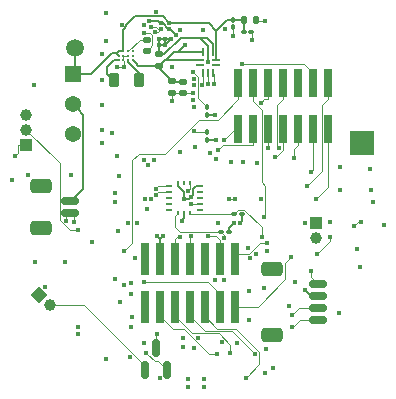
<source format=gbr>
%TF.GenerationSoftware,KiCad,Pcbnew,9.0.2*%
%TF.CreationDate,2025-11-12T16:49:18+05:30*%
%TF.ProjectId,Nade,4e616465-2e6b-4696-9361-645f70636258,rev?*%
%TF.SameCoordinates,Original*%
%TF.FileFunction,Copper,L4,Bot*%
%TF.FilePolarity,Positive*%
%FSLAX46Y46*%
G04 Gerber Fmt 4.6, Leading zero omitted, Abs format (unit mm)*
G04 Created by KiCad (PCBNEW 9.0.2) date 2025-11-12 16:49:18*
%MOMM*%
%LPD*%
G01*
G04 APERTURE LIST*
G04 Aperture macros list*
%AMRoundRect*
0 Rectangle with rounded corners*
0 $1 Rounding radius*
0 $2 $3 $4 $5 $6 $7 $8 $9 X,Y pos of 4 corners*
0 Add a 4 corners polygon primitive as box body*
4,1,4,$2,$3,$4,$5,$6,$7,$8,$9,$2,$3,0*
0 Add four circle primitives for the rounded corners*
1,1,$1+$1,$2,$3*
1,1,$1+$1,$4,$5*
1,1,$1+$1,$6,$7*
1,1,$1+$1,$8,$9*
0 Add four rect primitives between the rounded corners*
20,1,$1+$1,$2,$3,$4,$5,0*
20,1,$1+$1,$4,$5,$6,$7,0*
20,1,$1+$1,$6,$7,$8,$9,0*
20,1,$1+$1,$8,$9,$2,$3,0*%
%AMRotRect*
0 Rectangle, with rotation*
0 The origin of the aperture is its center*
0 $1 length*
0 $2 width*
0 $3 Rotation angle, in degrees counterclockwise*
0 Add horizontal line*
21,1,$1,$2,0,0,$3*%
G04 Aperture macros list end*
%TA.AperFunction,SMDPad,CuDef*%
%ADD10RoundRect,0.100000X-0.130000X-0.100000X0.130000X-0.100000X0.130000X0.100000X-0.130000X0.100000X0*%
%TD*%
%TA.AperFunction,SMDPad,CuDef*%
%ADD11RoundRect,0.100000X-0.100000X0.130000X-0.100000X-0.130000X0.100000X-0.130000X0.100000X0.130000X0*%
%TD*%
%TA.AperFunction,SMDPad,CuDef*%
%ADD12RoundRect,0.150000X-0.625000X0.150000X-0.625000X-0.150000X0.625000X-0.150000X0.625000X0.150000X0*%
%TD*%
%TA.AperFunction,SMDPad,CuDef*%
%ADD13RoundRect,0.250000X-0.650000X0.350000X-0.650000X-0.350000X0.650000X-0.350000X0.650000X0.350000X0*%
%TD*%
%TA.AperFunction,SMDPad,CuDef*%
%ADD14RoundRect,0.250000X0.650000X-0.350000X0.650000X0.350000X-0.650000X0.350000X-0.650000X-0.350000X0*%
%TD*%
%TA.AperFunction,SMDPad,CuDef*%
%ADD15RoundRect,0.150000X0.625000X-0.150000X0.625000X0.150000X-0.625000X0.150000X-0.625000X-0.150000X0*%
%TD*%
%TA.AperFunction,SMDPad,CuDef*%
%ADD16RoundRect,0.075000X0.075000X-0.125000X0.075000X0.125000X-0.075000X0.125000X-0.075000X-0.125000X0*%
%TD*%
%TA.AperFunction,SMDPad,CuDef*%
%ADD17R,0.482600X0.254000*%
%TD*%
%TA.AperFunction,SMDPad,CuDef*%
%ADD18R,0.254000X0.355600*%
%TD*%
%TA.AperFunction,ComponentPad*%
%ADD19R,1.371600X1.371600*%
%TD*%
%TA.AperFunction,ComponentPad*%
%ADD20C,1.371600*%
%TD*%
%TA.AperFunction,ComponentPad*%
%ADD21R,1.000000X1.000000*%
%TD*%
%TA.AperFunction,ComponentPad*%
%ADD22C,1.000000*%
%TD*%
%TA.AperFunction,SMDPad,CuDef*%
%ADD23RoundRect,0.140000X0.170000X-0.140000X0.170000X0.140000X-0.170000X0.140000X-0.170000X-0.140000X0*%
%TD*%
%TA.AperFunction,SMDPad,CuDef*%
%ADD24RoundRect,0.150000X0.150000X-0.587500X0.150000X0.587500X-0.150000X0.587500X-0.150000X-0.587500X0*%
%TD*%
%TA.AperFunction,SMDPad,CuDef*%
%ADD25R,0.740000X2.400000*%
%TD*%
%TA.AperFunction,SMDPad,CuDef*%
%ADD26RoundRect,0.140000X-0.170000X0.140000X-0.170000X-0.140000X0.170000X-0.140000X0.170000X0.140000X0*%
%TD*%
%TA.AperFunction,SMDPad,CuDef*%
%ADD27RoundRect,0.140000X-0.140000X-0.170000X0.140000X-0.170000X0.140000X0.170000X-0.140000X0.170000X0*%
%TD*%
%TA.AperFunction,SMDPad,CuDef*%
%ADD28RoundRect,0.218750X-0.218750X-0.381250X0.218750X-0.381250X0.218750X0.381250X-0.218750X0.381250X0*%
%TD*%
%TA.AperFunction,SMDPad,CuDef*%
%ADD29R,0.774200X0.174998*%
%TD*%
%TA.AperFunction,SMDPad,CuDef*%
%ADD30R,0.800000X0.200000*%
%TD*%
%TA.AperFunction,SMDPad,CuDef*%
%ADD31R,0.200000X0.800000*%
%TD*%
%TA.AperFunction,SMDPad,CuDef*%
%ADD32C,0.228600*%
%TD*%
%TA.AperFunction,SMDPad,CuDef*%
%ADD33C,1.500000*%
%TD*%
%TA.AperFunction,SMDPad,CuDef*%
%ADD34RoundRect,0.135000X-0.185000X0.135000X-0.185000X-0.135000X0.185000X-0.135000X0.185000X0.135000X0*%
%TD*%
%TA.AperFunction,SMDPad,CuDef*%
%ADD35R,0.740000X2.790000*%
%TD*%
%TA.AperFunction,ComponentPad*%
%ADD36RotRect,1.000000X1.000000X45.000000*%
%TD*%
%TA.AperFunction,ComponentPad*%
%ADD37R,2.000000X2.000000*%
%TD*%
%TA.AperFunction,ViaPad*%
%ADD38C,0.400000*%
%TD*%
%TA.AperFunction,Conductor*%
%ADD39C,0.200000*%
%TD*%
%TA.AperFunction,Conductor*%
%ADD40C,0.100000*%
%TD*%
G04 APERTURE END LIST*
D10*
%TO.P,C6,1*%
%TO.N,Net-(SW2-A)*%
X134640400Y-86446800D03*
%TO.P,C6,2*%
%TO.N,GND*%
X135280400Y-86446800D03*
%TD*%
D11*
%TO.P,C10,1*%
%TO.N,Net-(SW2-A)*%
X133725000Y-85405000D03*
%TO.P,C10,2*%
%TO.N,GND*%
X133725000Y-86045000D03*
%TD*%
D12*
%TO.P,J4,1,Pin_1*%
%TO.N,Net-(J4-Pin_1)*%
X119967603Y-100759803D03*
%TO.P,J4,2,Pin_2*%
%TO.N,GND*%
X119967607Y-101759798D03*
D13*
%TO.P,J4,MP*%
%TO.N,N/C*%
X117442600Y-99459800D03*
X117442600Y-103059799D03*
%TD*%
D14*
%TO.P,J7,MP*%
%TO.N,N/C*%
X137050002Y-106505002D03*
X137049999Y-112104999D03*
D15*
%TO.P,J7,4,Pin_4*%
%TO.N,GND*%
X140925000Y-107805000D03*
%TO.P,J7,3,Pin_3*%
%TO.N,VDD*%
X140925000Y-108805000D03*
%TO.P,J7,2,Pin_2*%
%TO.N,Net-(J7-Pin_2)*%
X140925000Y-109805000D03*
%TO.P,J7,1,Pin_1*%
%TO.N,Net-(J7-Pin_1)*%
X140924997Y-110805001D03*
%TD*%
D16*
%TO.P,R11,1*%
%TO.N,/PA11*%
X128314999Y-86154999D03*
%TO.P,R11,2*%
%TO.N,Net-(SW2-A)*%
X128315001Y-85655001D03*
%TD*%
%TO.P,R12,1*%
%TO.N,GND*%
X127614999Y-86204999D03*
%TO.P,R12,2*%
%TO.N,/PA11*%
X127615001Y-85705001D03*
%TD*%
D11*
%TO.P,R13,1*%
%TO.N,/PA7*%
X131515000Y-94905000D03*
%TO.P,R13,2*%
%TO.N,VDD*%
X131515000Y-95545000D03*
%TD*%
%TO.P,R15,1*%
%TO.N,/PA6*%
X131515000Y-92805000D03*
%TO.P,R15,2*%
%TO.N,VDD*%
X131515000Y-93445000D03*
%TD*%
D10*
%TO.P,R16,1*%
%TO.N,/PC0*%
X132716400Y-103375000D03*
%TO.P,R16,2*%
%TO.N,VDD*%
X133356400Y-103375000D03*
%TD*%
%TO.P,R17,1*%
%TO.N,/PC1*%
X133816400Y-101825000D03*
%TO.P,R17,2*%
%TO.N,VDD*%
X134456400Y-101825000D03*
%TD*%
D17*
%TO.P,U3,1,VDD_I/O*%
%TO.N,VDD*%
X130940100Y-99489599D03*
%TO.P,U3,2,NIC*%
%TO.N,unconnected-(U3-NIC-Pad2)*%
X130940100Y-99989601D03*
%TO.P,U3,3,RESERVED*%
%TO.N,unconnected-(U3-RESERVED-Pad3)*%
X130940100Y-100489600D03*
%TO.P,U3,4,SCLK*%
%TO.N,GND*%
X130940100Y-100989599D03*
%TO.P,U3,5,RESERVED*%
%TO.N,unconnected-(U3-RESERVED-Pad5)*%
X130940100Y-101489601D03*
D18*
%TO.P,U3,6,MOSI/SDA*%
%TO.N,/PC1*%
X130106599Y-101759600D03*
%TO.P,U3,7,MISO*%
%TO.N,VDD*%
X129606600Y-101759600D03*
%TO.P,U3,8,\u002ACS/SCL*%
%TO.N,/PC0*%
X129106601Y-101759600D03*
D17*
%TO.P,U3,9,INT2*%
%TO.N,unconnected-(U3-INT2-Pad9)*%
X128273100Y-101489601D03*
%TO.P,U3,10,RESERVED*%
%TO.N,unconnected-(U3-RESERVED-Pad10)*%
X128273100Y-100989599D03*
%TO.P,U3,11,INT1*%
%TO.N,unconnected-(U3-INT1-Pad11)*%
X128273100Y-100489600D03*
%TO.P,U3,12,GND*%
%TO.N,GND*%
X128273100Y-99989601D03*
%TO.P,U3,13,GND*%
X128273100Y-99489599D03*
D18*
%TO.P,U3,14,VS*%
%TO.N,VDD*%
X129106601Y-99219600D03*
%TO.P,U3,15,NIC*%
%TO.N,unconnected-(U3-NIC-Pad15)*%
X129606600Y-99219600D03*
%TO.P,U3,16,GND*%
%TO.N,GND*%
X130106599Y-99219600D03*
%TD*%
D19*
%TO.P,SW2,1,A*%
%TO.N,Net-(SW2-A)*%
X120144800Y-89994000D03*
D20*
%TO.P,SW2,2,B*%
%TO.N,Net-(J4-Pin_1)*%
X120144797Y-92534004D03*
%TO.P,SW2,3,C*%
%TO.N,unconnected-(SW2-C-Pad3)*%
X120144800Y-95074000D03*
%TD*%
D21*
%TO.P,J2,1,Pin_1*%
%TO.N,Net-(J2-Pin_1)*%
X116205000Y-95995000D03*
D22*
%TO.P,J2,2,Pin_2*%
%TO.N,Net-(J2-Pin_2)*%
X116205000Y-94724999D03*
%TO.P,J2,3,Pin_3*%
%TO.N,Net-(J2-Pin_3)*%
X116205001Y-93454997D03*
%TD*%
D23*
%TO.P,C7,1*%
%TO.N,GND*%
X126430900Y-88035000D03*
%TO.P,C7,2*%
%TO.N,Net-(U1-VCC)*%
X126430900Y-87075000D03*
%TD*%
D24*
%TO.P,Q1,1,D*%
%TO.N,VDD*%
X127195000Y-113162500D03*
%TO.P,Q1,2,G*%
%TO.N,/PA10*%
X128144999Y-115037501D03*
%TO.P,Q1,3,S*%
%TO.N,Net-(J8-Pin_2)*%
X126245001Y-115037501D03*
%TD*%
D25*
%TO.P,J3,1,Pin_1*%
%TO.N,Net-(J3-Pin_1)*%
X134164999Y-90774998D03*
%TO.P,J3,2,Pin_2*%
%TO.N,Net-(J3-Pin_2)*%
X134164999Y-94675003D03*
%TO.P,J3,3,Pin_3*%
%TO.N,Net-(J3-Pin_3)*%
X135434997Y-90775000D03*
%TO.P,J3,4,Pin_4*%
%TO.N,Net-(J3-Pin_4)*%
X135435000Y-94675003D03*
%TO.P,J3,5,Pin_5*%
%TO.N,Net-(J3-Pin_5)*%
X136704999Y-90775002D03*
%TO.P,J3,6,Pin_6*%
%TO.N,Net-(J3-Pin_6)*%
X136705000Y-94675002D03*
%TO.P,J3,7,Pin_7*%
%TO.N,Net-(J3-Pin_7)*%
X137975000Y-90775000D03*
%TO.P,J3,8,Pin_8*%
%TO.N,Net-(J3-Pin_8)*%
X137975000Y-94675000D03*
%TO.P,J3,9,Pin_9*%
%TO.N,Net-(J3-Pin_9)*%
X139245000Y-90774998D03*
%TO.P,J3,10,Pin_10*%
%TO.N,Net-(J3-Pin_10)*%
X139245001Y-94674998D03*
%TO.P,J3,11,Pin_11*%
%TO.N,Net-(J3-Pin_11)*%
X140515000Y-90774997D03*
%TO.P,J3,12,Pin_12*%
%TO.N,Net-(J3-Pin_12)*%
X140515003Y-94675000D03*
%TO.P,J3,13,Pin_13*%
%TO.N,Net-(J3-Pin_13)*%
X141785001Y-90774997D03*
%TO.P,J3,14,Pin_14*%
%TO.N,Net-(J3-Pin_14)*%
X141785001Y-94675002D03*
%TD*%
D26*
%TO.P,C9,1*%
%TO.N,Net-(U1-OUT)*%
X128530000Y-90600000D03*
%TO.P,C9,2*%
%TO.N,GND*%
X128530000Y-91560000D03*
%TD*%
D27*
%TO.P,C5,1*%
%TO.N,Net-(SW2-A)*%
X134700400Y-85436800D03*
%TO.P,C5,2*%
%TO.N,GND*%
X135660400Y-85436800D03*
%TD*%
D28*
%TO.P,L1,1,1*%
%TO.N,Net-(U1-SW1)*%
X123662500Y-90510000D03*
%TO.P,L1,2,2*%
%TO.N,Net-(U1-SW2)*%
X125787500Y-90510000D03*
%TD*%
D29*
%TO.P,U2,1,NC*%
%TO.N,unconnected-(U2-NC-Pad1)*%
X130897678Y-89200499D03*
D30*
%TO.P,U2,2,IN+*%
%TO.N,Net-(U1-OUT)*%
X130909775Y-88788001D03*
D31*
%TO.P,U2,3,IN+*%
X131209801Y-88087951D03*
%TO.P,U2,4,IN-*%
%TO.N,VDD*%
X131609800Y-88087951D03*
%TO.P,U2,5,IN-*%
X132009799Y-88087951D03*
D30*
%TO.P,U2,6,V+*%
%TO.N,Net-(SW2-A)*%
X132309825Y-88787999D03*
%TO.P,U2,7,NC*%
%TO.N,unconnected-(U2-NC-Pad7)*%
X132309825Y-89187999D03*
D31*
%TO.P,U2,8,REF*%
%TO.N,GND*%
X132009799Y-89888049D03*
%TO.P,U2,9,GND*%
X131609800Y-89888049D03*
%TO.P,U2,10,OUT*%
%TO.N,/PB2*%
X131209801Y-89888049D03*
%TD*%
D32*
%TO.P,U1,A1,IN*%
%TO.N,Net-(SW2-A)*%
X124050900Y-88037300D03*
%TO.P,U1,A2,IN*%
X124050901Y-88437299D03*
%TO.P,U1,A3,SW1*%
%TO.N,Net-(U1-SW1)*%
X124050900Y-88837301D03*
%TO.P,U1,B1,IN*%
%TO.N,Net-(SW2-A)*%
X124450902Y-88037300D03*
%TO.P,U1,B2,AGND*%
%TO.N,GND*%
X124450900Y-88437300D03*
%TO.P,U1,B3,GND*%
X124450899Y-88837299D03*
%TO.P,U1,C1,VCC*%
%TO.N,Net-(U1-VCC)*%
X124850901Y-88037301D03*
%TO.P,U1,C2,EN*%
%TO.N,GND*%
X124850900Y-88437300D03*
%TO.P,U1,C3,SW2*%
%TO.N,Net-(U1-SW2)*%
X124850898Y-88837300D03*
%TO.P,U1,D1,NC*%
%TO.N,unconnected-(U1-NC-PadD1)*%
X125250900Y-88037299D03*
%TO.P,U1,D2,RSV*%
%TO.N,unconnected-(U1-RSV-PadD2)*%
X125250899Y-88437301D03*
%TO.P,U1,D3,OUT*%
%TO.N,Net-(U1-OUT)*%
X125250900Y-88837300D03*
%TD*%
D33*
%TO.P,TP1,1,1*%
%TO.N,Net-(SW2-A)*%
X120325000Y-87825000D03*
%TD*%
D34*
%TO.P,R10,1*%
%TO.N,VDD*%
X127425001Y-88275000D03*
%TO.P,R10,2*%
%TO.N,Net-(U1-OUT)*%
X127424999Y-89295000D03*
%TD*%
D35*
%TO.P,J1,01,01*%
%TO.N,unconnected-(J1-Pad01)*%
X126275000Y-105620001D03*
%TO.P,J1,02,02*%
%TO.N,unconnected-(J1-Pad02)*%
X126274998Y-109690000D03*
%TO.P,J1,03,03*%
%TO.N,VDD*%
X127545002Y-105620002D03*
%TO.P,J1,04,04*%
%TO.N,/PA13*%
X127545001Y-109689998D03*
%TO.P,J1,05,05*%
%TO.N,GND*%
X128815002Y-105619998D03*
%TO.P,J1,06,06*%
%TO.N,/PA14*%
X128815002Y-109690002D03*
%TO.P,J1,07,07*%
%TO.N,GND*%
X130085000Y-105619998D03*
%TO.P,J1,08,08*%
%TO.N,/PB3*%
X130085000Y-109690002D03*
%TO.P,J1,09,09*%
%TO.N,unconnected-(J1-Pad09)*%
X131354998Y-105619998D03*
%TO.P,J1,10,10*%
%TO.N,/PA15*%
X131354998Y-109690002D03*
%TO.P,J1,11,11*%
%TO.N,GND*%
X132624999Y-105620002D03*
%TO.P,J1,12,12*%
%TO.N,RESET'*%
X132624998Y-109689998D03*
%TO.P,J1,13,13*%
%TO.N,/PA3*%
X133895002Y-105620000D03*
%TO.P,J1,14,14*%
%TO.N,/PA2*%
X133895000Y-109689999D03*
%TD*%
D26*
%TO.P,C8,1*%
%TO.N,Net-(U1-OUT)*%
X129530000Y-90630000D03*
%TO.P,C8,2*%
%TO.N,GND*%
X129530000Y-91590000D03*
%TD*%
D21*
%TO.P,Pyro,1,Pin_1*%
%TO.N,GND*%
X140775000Y-102565000D03*
D22*
%TO.P,Pyro,2,Pin_2*%
%TO.N,Net-(J6-Pin_2)*%
X140775000Y-103835000D03*
%TD*%
D36*
%TO.P,Buzz,1,Pin_1*%
%TO.N,GND*%
X117325000Y-108665000D03*
D22*
%TO.P,Buzz,2,Pin_2*%
%TO.N,Net-(J8-Pin_2)*%
X118223026Y-109563026D03*
%TD*%
D37*
%TO.P,GND,1,1*%
%TO.N,GND*%
X144675000Y-95825000D03*
%TD*%
D38*
%TO.N,GND*%
X130200000Y-101000000D03*
X129946434Y-99896700D03*
%TO.N,VDD*%
X130200000Y-100400000D03*
X129550002Y-100600000D03*
%TO.N,GND*%
X127200000Y-99700000D03*
X127200000Y-100200000D03*
%TO.N,VDD*%
X129400000Y-102400000D03*
X116900000Y-90900000D03*
X127800000Y-103700000D03*
X129900000Y-116500000D03*
X145300000Y-98000000D03*
X144500000Y-106300000D03*
X131300000Y-116500000D03*
X128000000Y-87000000D03*
X131600000Y-89000000D03*
X130400000Y-90400000D03*
X127500000Y-87000000D03*
X133800000Y-102600000D03*
X127500000Y-87500000D03*
X145400000Y-99800000D03*
X139000000Y-107600000D03*
X128500000Y-87000000D03*
X132200000Y-93500000D03*
X127300000Y-112000000D03*
X128000000Y-87500000D03*
X127200000Y-84700000D03*
X139822000Y-108280000D03*
X120600000Y-112000000D03*
X127300000Y-103700000D03*
X142800000Y-99800000D03*
X142800000Y-97900000D03*
X130400000Y-90900000D03*
X134300000Y-102600000D03*
X132300000Y-95600000D03*
%TO.N,GND*%
X123000000Y-87200000D03*
X127100000Y-86400000D03*
X129500000Y-113100000D03*
X124500000Y-89400000D03*
X122600000Y-88300000D03*
X119600000Y-102400000D03*
X126211532Y-86497118D03*
X132800000Y-112700000D03*
X133900000Y-100600000D03*
X132100000Y-90800000D03*
X126200000Y-112800000D03*
X141900000Y-102500000D03*
X135000000Y-104700000D03*
X131800000Y-96700000D03*
X125100000Y-107700000D03*
X122600000Y-90500000D03*
X135300000Y-87100000D03*
X136100000Y-100600000D03*
X135800000Y-97500000D03*
X130800000Y-112300000D03*
X125200000Y-110600000D03*
X129200000Y-96600000D03*
X138500000Y-109600000D03*
X120600000Y-111400000D03*
X125400000Y-105600000D03*
X122946600Y-84834500D03*
X136500000Y-113300000D03*
X130200000Y-103700000D03*
X146518850Y-102781150D03*
X126200000Y-85800000D03*
X125100000Y-111400000D03*
X145600000Y-100800000D03*
X125600000Y-102600000D03*
X122600000Y-94700000D03*
X133600000Y-97400000D03*
X131300000Y-115800000D03*
X120300000Y-102500000D03*
X126300000Y-100600000D03*
X130400000Y-92800000D03*
X128600000Y-92300000D03*
X124800000Y-102600000D03*
X119500000Y-105900000D03*
X134600000Y-97400000D03*
X123900000Y-96900000D03*
X126800000Y-86000000D03*
X133400000Y-100600000D03*
X144200000Y-104800000D03*
X140300000Y-106700000D03*
X130300000Y-91600000D03*
X142700000Y-110200000D03*
X125100000Y-108600000D03*
X129900000Y-115800000D03*
X131600000Y-103700000D03*
X129200000Y-103800000D03*
X131200000Y-86300000D03*
X133700000Y-86800000D03*
X121800000Y-104200000D03*
X135200000Y-105600000D03*
X130500000Y-96200000D03*
X136400000Y-85500000D03*
X129500000Y-112300000D03*
X126200000Y-97300000D03*
X131600000Y-90800000D03*
X115000000Y-99000000D03*
X129200000Y-86300000D03*
X122600000Y-92600000D03*
X124300000Y-85800000D03*
X139800000Y-102600000D03*
X132300000Y-97200000D03*
X135100000Y-108400000D03*
X127000000Y-97300000D03*
X134100000Y-112800000D03*
X117000000Y-105900000D03*
X122600000Y-95800000D03*
X123900000Y-89400000D03*
X126800000Y-100600000D03*
X117800000Y-108000000D03*
X135100000Y-110800000D03*
%TO.N,RESET'*%
X126200000Y-107600000D03*
X120000000Y-98500000D03*
X124000000Y-103300000D03*
X116400000Y-98500000D03*
%TO.N,/PB9*%
X144600000Y-102500000D03*
X143932000Y-102868000D03*
%TO.N,/PC1*%
X135700000Y-105200000D03*
X136200000Y-103800000D03*
%TO.N,/PA6*%
X123700000Y-100100000D03*
X130300000Y-89800000D03*
%TO.N,Net-(J6-Pin_2)*%
X140800000Y-105200000D03*
X141900000Y-103800000D03*
%TO.N,Net-(U1-OUT)*%
X129700000Y-87500000D03*
%TO.N,/PB2*%
X125025000Y-113950000D03*
X131101000Y-90900000D03*
%TO.N,/PC0*%
X133000000Y-103900000D03*
%TO.N,/PA4*%
X126500000Y-97700000D03*
X133042766Y-86142820D03*
X128600000Y-89400000D03*
%TO.N,/PA1*%
X130300000Y-92200000D03*
X124050000Y-98600000D03*
%TO.N,/PA3*%
X136600000Y-104300000D03*
%TO.N,Net-(J2-Pin_1)*%
X115261700Y-96938300D03*
%TO.N,Net-(J2-Pin_2)*%
X120600000Y-103200000D03*
%TO.N,/PA11*%
X128900000Y-86700000D03*
X123000000Y-114100000D03*
X126600000Y-85500000D03*
%TO.N,Net-(J3-Pin_14)*%
X136600000Y-105000000D03*
X140756000Y-100550000D03*
%TO.N,Net-(J3-Pin_10)*%
X138902000Y-97066100D03*
X126419000Y-101378000D03*
%TO.N,Net-(J3-Pin_1)*%
X124523000Y-104955000D03*
%TO.N,/PA2*%
X138600000Y-105500000D03*
%TO.N,Net-(J3-Pin_2)*%
X132419000Y-102565000D03*
X132992000Y-95571700D03*
%TO.N,Net-(J3-Pin_12)*%
X140296000Y-98321200D03*
%TO.N,/PB3*%
X135600000Y-113700000D03*
%TO.N,/PA15*%
X134800000Y-115700000D03*
%TO.N,/PA14*%
X133500000Y-113600000D03*
%TO.N,/PA13*%
X132400000Y-113700000D03*
%TO.N,/PA7*%
X130400000Y-94800000D03*
X123700000Y-100800000D03*
%TO.N,/PA10*%
X126400000Y-113600000D03*
%TO.N,Net-(J3-Pin_4)*%
X132195000Y-107419000D03*
X124536000Y-107861000D03*
X132500000Y-96435600D03*
%TO.N,Net-(J3-Pin_13)*%
X140012000Y-99454700D03*
%TO.N,Net-(J3-Pin_5)*%
X132960000Y-107419000D03*
X136075000Y-92440000D03*
%TO.N,Net-(J3-Pin_7)*%
X127536000Y-115700000D03*
X136434000Y-115279000D03*
X137602000Y-96230700D03*
%TO.N,Net-(J3-Pin_8)*%
X130448000Y-113172000D03*
X137250000Y-97035000D03*
X137092000Y-114862000D03*
%TO.N,Net-(J3-Pin_11)*%
X134500000Y-89100000D03*
X123500000Y-95000000D03*
%TO.N,Net-(J3-Pin_3)*%
X136381000Y-102078000D03*
X123768000Y-107324000D03*
%TO.N,Net-(J3-Pin_6)*%
X136380800Y-108148700D03*
X124147300Y-109304500D03*
X136706000Y-96259500D03*
%TO.N,Net-(J7-Pin_1)*%
X138700000Y-111400000D03*
%TO.N,Net-(J7-Pin_2)*%
X138700000Y-110400000D03*
%TD*%
D39*
%TO.N,VDD*%
X134500000Y-101868600D02*
X134456400Y-101825000D01*
X134500000Y-102400000D02*
X134500000Y-101868600D01*
X134300000Y-102600000D02*
X134500000Y-102400000D01*
D40*
%TO.N,Net-(J7-Pin_1)*%
X138800000Y-111400000D02*
X139394999Y-110805001D01*
X138700000Y-111400000D02*
X138800000Y-111400000D01*
X139394999Y-110805001D02*
X140924997Y-110805001D01*
%TO.N,Net-(J7-Pin_2)*%
X138700000Y-110400000D02*
X139295000Y-109805000D01*
X139295000Y-109805000D02*
X140925000Y-109805000D01*
D39*
%TO.N,VDD*%
X140347000Y-108805000D02*
X140925000Y-108805000D01*
X139822000Y-108280000D02*
X140347000Y-108805000D01*
D40*
%TO.N,GND*%
X140300000Y-107180000D02*
X140925000Y-107805000D01*
X140300000Y-106700000D02*
X140300000Y-107180000D01*
X130929699Y-101000000D02*
X130940100Y-100989599D01*
X130200000Y-101000000D02*
X130929699Y-101000000D01*
D39*
%TO.N,VDD*%
X130000000Y-100600000D02*
X130200000Y-100400000D01*
X129550002Y-100600000D02*
X130000000Y-100600000D01*
X130610401Y-99489599D02*
X130940100Y-99489599D01*
X130351000Y-99749000D02*
X130610401Y-99489599D01*
X130351000Y-100249000D02*
X130351000Y-99749000D01*
X130200000Y-100400000D02*
X130351000Y-100249000D01*
D40*
%TO.N,GND*%
X130100000Y-99226199D02*
X130106599Y-99219600D01*
X130100000Y-99743134D02*
X130100000Y-99226199D01*
X129946434Y-99896700D02*
X130100000Y-99743134D01*
D39*
%TO.N,VDD*%
X129550002Y-100600000D02*
X129550002Y-99950002D01*
X129550002Y-99950002D02*
X129106601Y-99506601D01*
X129106601Y-99506601D02*
X129106601Y-99219600D01*
D40*
%TO.N,GND*%
X127410399Y-99989601D02*
X128273100Y-99989601D01*
X127200000Y-100200000D02*
X127410399Y-99989601D01*
X127410401Y-99489599D02*
X128273100Y-99489599D01*
X127200000Y-99700000D02*
X127410401Y-99489599D01*
D39*
%TO.N,VDD*%
X129606600Y-102193400D02*
X129606600Y-101759600D01*
X129400000Y-102400000D02*
X129606600Y-102193400D01*
D40*
%TO.N,/PC0*%
X128849000Y-102017201D02*
X129106601Y-101759600D01*
X128849000Y-102949000D02*
X128849000Y-102017201D01*
X129249000Y-103349000D02*
X128849000Y-102949000D01*
X132716400Y-103375000D02*
X132690400Y-103349000D01*
X132690400Y-103349000D02*
X129249000Y-103349000D01*
X129106601Y-101806601D02*
X129106601Y-101759600D01*
%TO.N,/PC1*%
X130171999Y-101825000D02*
X130106599Y-101759600D01*
X133816400Y-101825000D02*
X130171999Y-101825000D01*
D39*
%TO.N,VDD*%
X127925000Y-88275000D02*
X129300000Y-86900000D01*
X134456000Y-101902000D02*
X134456000Y-101825000D01*
D40*
X127195000Y-112105000D02*
X127300000Y-112000000D01*
D39*
X131610000Y-88037200D02*
X131610000Y-88237500D01*
D40*
X127195000Y-113162500D02*
X127194800Y-113162300D01*
D39*
X128000000Y-87500000D02*
X128000000Y-87000000D01*
X128000000Y-87500000D02*
X128500000Y-87000000D01*
X131610000Y-88037200D02*
X131610000Y-88237500D01*
X127500000Y-87500000D02*
X128000000Y-87500000D01*
X127800000Y-103700000D02*
X127545000Y-103955000D01*
X127300000Y-103700000D02*
X127545000Y-103945000D01*
X131609800Y-88037400D02*
X131609800Y-88088000D01*
X127500000Y-87000000D02*
X128000000Y-87000000D01*
X127545000Y-103955000D02*
X127545000Y-105620000D01*
X133356000Y-103292000D02*
X133356000Y-103375000D01*
X134456400Y-101901600D02*
X134456400Y-101825000D01*
X133356400Y-103375000D02*
X133356000Y-103375000D01*
X139822000Y-108280000D02*
X139900000Y-108280000D01*
X134456000Y-101902000D02*
X134456400Y-101901600D01*
X128500000Y-87000000D02*
X128000000Y-87000000D01*
X132145000Y-93445000D02*
X132200000Y-93500000D01*
X132010000Y-87409800D02*
X132010000Y-88088000D01*
D40*
X127195000Y-113162000D02*
X127194800Y-113162300D01*
D39*
X131515000Y-95545000D02*
X132245000Y-95545000D01*
X132245000Y-95545000D02*
X132300000Y-95600000D01*
X127425000Y-88275000D02*
X127925000Y-88275000D01*
X130924000Y-86900000D02*
X131610000Y-87586000D01*
X131515000Y-93445000D02*
X132145000Y-93445000D01*
X131610000Y-87837000D02*
X131610000Y-88037200D01*
X127425000Y-87575000D02*
X127500000Y-87500000D01*
X130924000Y-86900000D02*
X131500000Y-86900000D01*
X131500000Y-86900000D02*
X132010000Y-87409800D01*
X131610000Y-87837000D02*
X131610000Y-88037200D01*
X131610000Y-88990200D02*
X131600000Y-89000000D01*
X129300000Y-86900000D02*
X130924000Y-86900000D01*
X133356000Y-103044000D02*
X133800000Y-102600000D01*
X131610000Y-88237500D02*
X131610000Y-88990200D01*
X133356000Y-103210000D02*
X133356000Y-103044000D01*
X127425000Y-88275000D02*
X127425000Y-87575000D01*
X127545000Y-103955000D02*
X127545000Y-105620000D01*
X131610000Y-88037200D02*
X131609800Y-88037400D01*
X127545000Y-103945000D02*
X127545000Y-103955000D01*
D40*
X127195000Y-113162500D02*
X127195000Y-112105000D01*
D39*
X131610000Y-87586000D02*
X131610000Y-87837000D01*
X127500000Y-87500000D02*
X127500000Y-87000000D01*
D40*
%TO.N,GND*%
X128530000Y-91560000D02*
X129500000Y-91560000D01*
X131610000Y-89888200D02*
X131610000Y-89888100D01*
X133700000Y-86070000D02*
X133725000Y-86045000D01*
X124451000Y-88637300D02*
X124451000Y-88437300D01*
X129200000Y-103800000D02*
X129000000Y-103800000D01*
X124475500Y-88861800D02*
X124464000Y-88850300D01*
X132100000Y-90800000D02*
X132100000Y-89978300D01*
X120300000Y-102092000D02*
X120300000Y-102500000D01*
X124475500Y-88861800D02*
X124451000Y-88837300D01*
X124451000Y-88737300D02*
X124451000Y-88637300D01*
X129500000Y-91560000D02*
X129530000Y-91590000D01*
X131600000Y-90800000D02*
X131600000Y-89897900D01*
X133900000Y-100600000D02*
X133400000Y-100600000D01*
X128800000Y-104000000D02*
X128815000Y-104015000D01*
X126892000Y-86691900D02*
X126892000Y-87574000D01*
X126697218Y-86497118D02*
X126892000Y-86691900D01*
X124451000Y-88537300D02*
X124451000Y-88437300D01*
X132009800Y-89888100D02*
X132009800Y-89888000D01*
X135285000Y-86451700D02*
X135280000Y-86446800D01*
X119967600Y-101760400D02*
X119967600Y-101759800D01*
X119968000Y-101760000D02*
X120300000Y-102092000D01*
X135300000Y-86466400D02*
X135290000Y-86456600D01*
X133700000Y-86800000D02*
X133700000Y-86070000D01*
X135280000Y-86447100D02*
X135280000Y-86446800D01*
X128600000Y-92300000D02*
X128600000Y-91630000D01*
X132021000Y-89899300D02*
X132009800Y-89888100D01*
X124451000Y-88637300D02*
X124451000Y-88437300D01*
X127405000Y-86205000D02*
X127615000Y-86205000D01*
X132300000Y-103700000D02*
X132625000Y-104025000D01*
X135280000Y-86446800D02*
X135280000Y-86447000D01*
X135290000Y-86456600D02*
X135285000Y-86451700D01*
X132032000Y-89910600D02*
X132021000Y-89899300D01*
X126892000Y-87574000D02*
X126662000Y-87804500D01*
X124451000Y-88837200D02*
X124451000Y-88737300D01*
X132032000Y-89910600D02*
X132021000Y-89899300D01*
X126800000Y-86000000D02*
X127200000Y-86000000D01*
X132032000Y-89910600D02*
X132055000Y-89933200D01*
X132055000Y-89933200D02*
X132010000Y-89888100D01*
X135724000Y-85500000D02*
X135660000Y-85436800D01*
X124500000Y-89400000D02*
X124500000Y-88886400D01*
X132100000Y-89978300D02*
X132055000Y-89933200D01*
X129540000Y-91600000D02*
X129530000Y-91590000D01*
X127200000Y-86000000D02*
X127405000Y-86205000D01*
X135300000Y-87100000D02*
X135300000Y-86466400D01*
X124450900Y-88437300D02*
X124451000Y-88437300D01*
X128600000Y-91630000D02*
X128530000Y-91560000D01*
X129000000Y-103800000D02*
X128800000Y-104000000D01*
X135285000Y-86451700D02*
X135280000Y-86447100D01*
X131605000Y-89893000D02*
X131610000Y-89888200D01*
X119784000Y-101944000D02*
X119876000Y-101852000D01*
X119876000Y-101852000D02*
X119967600Y-101760400D01*
X127420000Y-86400000D02*
X127615000Y-86205000D01*
X119600000Y-102127000D02*
X119784000Y-101944000D01*
X119876000Y-101852000D02*
X119968000Y-101760000D01*
X130085000Y-103815000D02*
X130085000Y-105620000D01*
X119600000Y-102400000D02*
X119600000Y-102127000D01*
X126211532Y-86497118D02*
X126697218Y-86497118D01*
X119876000Y-101852000D02*
X119968000Y-101760000D01*
X132625000Y-104025000D02*
X132625000Y-105620000D01*
X126431000Y-88035000D02*
X126661000Y-87804500D01*
X136400000Y-85500000D02*
X135724000Y-85500000D01*
X119876000Y-101852000D02*
X119968000Y-101760000D01*
X130200000Y-103700000D02*
X130085000Y-103815000D01*
X124451000Y-88437300D02*
X124851000Y-88437300D01*
X131600000Y-89897900D02*
X131605000Y-89893000D01*
X119784000Y-101944000D02*
X119876000Y-101852000D01*
X126661000Y-87804500D02*
X126662000Y-87804500D01*
X131610000Y-89888100D02*
X131610000Y-89888000D01*
X131600000Y-103700000D02*
X132300000Y-103700000D01*
X124500000Y-88886400D02*
X124475500Y-88861800D01*
X135280000Y-86447000D02*
X135290000Y-86456600D01*
X123900000Y-89400000D02*
X124500000Y-89400000D01*
X126662000Y-87804500D02*
X126431000Y-88035000D01*
X124464000Y-88850300D02*
X124464000Y-88850200D01*
X131605000Y-89893000D02*
X131610000Y-89888100D01*
X130300000Y-91600000D02*
X129540000Y-91600000D01*
X140225000Y-106775000D02*
X140300000Y-106700000D01*
X128815000Y-104015000D02*
X128815000Y-105620000D01*
X127100000Y-86400000D02*
X127420000Y-86400000D01*
X124464000Y-88850200D02*
X124451000Y-88837200D01*
%TO.N,RESET'*%
X131600000Y-107600000D02*
X132625000Y-108625000D01*
X126200000Y-107600000D02*
X131600000Y-107600000D01*
X132625000Y-108625000D02*
X132625000Y-109690000D01*
%TO.N,/PB9*%
X144600000Y-102500000D02*
X144300000Y-102500000D01*
X144300000Y-102500000D02*
X143932000Y-102868000D01*
%TO.N,/PC1*%
X134693000Y-101474000D02*
X136200000Y-102981000D01*
X133816000Y-101825000D02*
X133991500Y-101649500D01*
X133991500Y-101649500D02*
X133816400Y-101824600D01*
X134167000Y-101474000D02*
X134693000Y-101474000D01*
X133816400Y-101824600D02*
X133816400Y-101825000D01*
X133991500Y-101649500D02*
X134167000Y-101474000D01*
X136200000Y-102981000D02*
X136200000Y-103800000D01*
X133757000Y-101765000D02*
X133816000Y-101825000D01*
%TO.N,/PA6*%
X131515000Y-92805000D02*
X130751000Y-92041000D01*
X130751000Y-92041000D02*
X130751000Y-90251000D01*
X130751000Y-90251000D02*
X130300000Y-89800000D01*
%TO.N,Net-(J6-Pin_2)*%
X141900000Y-104100000D02*
X141900000Y-103800000D01*
X140800000Y-105200000D02*
X141900000Y-104100000D01*
D39*
%TO.N,Net-(J4-Pin_1)*%
X119968200Y-100759800D02*
X120500000Y-100228000D01*
X120144800Y-92534000D02*
X120145000Y-92534000D01*
X120588000Y-92977400D02*
X121032000Y-93420800D01*
X120588000Y-92977400D02*
X120145000Y-92534000D01*
X121032000Y-99695800D02*
X120500000Y-100228000D01*
X119967600Y-100759800D02*
X119968200Y-100759800D01*
X121032000Y-93420800D02*
X121032000Y-99695800D01*
X120588000Y-92977400D02*
X120145000Y-92534000D01*
%TO.N,Net-(SW2-A)*%
X120144800Y-89994000D02*
X120145000Y-89994000D01*
X123969600Y-88118600D02*
X124051000Y-88037300D01*
X120145000Y-89994000D02*
X121706000Y-89994000D01*
X133215000Y-85405000D02*
X133725000Y-85405000D01*
X124050900Y-88437300D02*
X124051000Y-88437300D01*
X134669000Y-85405000D02*
X134700000Y-85436800D01*
X127760000Y-85100000D02*
X128315000Y-85655000D01*
X123500000Y-88200000D02*
X123888000Y-88200000D01*
X124466000Y-86201000D02*
X124701000Y-85966100D01*
X132310000Y-86309800D02*
X133215000Y-85405000D01*
X134431000Y-85405000D02*
X133725000Y-85405000D01*
X124701000Y-85966100D02*
X124701000Y-85799000D01*
X120325000Y-87825000D02*
X120325000Y-89813800D01*
X124450900Y-88037300D02*
X124451000Y-88037300D01*
X134640000Y-85614400D02*
X134640000Y-85496800D01*
X132310000Y-88788000D02*
X132310000Y-86309800D01*
X124051000Y-88037300D02*
X124450900Y-88037300D01*
X134640000Y-86446800D02*
X134640000Y-85614400D01*
X131655000Y-85655000D02*
X128315000Y-85655000D01*
X132310000Y-86309800D02*
X131655000Y-85655000D01*
X123888000Y-88274600D02*
X123888000Y-88200000D01*
X134640000Y-85496800D02*
X134700000Y-85436800D01*
X123888000Y-88200000D02*
X123969600Y-88118600D01*
X134700400Y-85436800D02*
X134700000Y-85436800D01*
X120325000Y-89813800D02*
X120145000Y-89994000D01*
X124701000Y-85799000D02*
X125400000Y-85100000D01*
X124051000Y-88437300D02*
X123888000Y-88274600D01*
X134640400Y-86446800D02*
X134640000Y-86446800D01*
X124451000Y-88037300D02*
X124451000Y-86201000D01*
X132309800Y-88788000D02*
X132310000Y-88788000D01*
X123969600Y-88118600D02*
X124050900Y-88037300D01*
X121706000Y-89994000D02*
X123500000Y-88200000D01*
X124451000Y-86201000D02*
X124466000Y-86201000D01*
X125400000Y-85100000D02*
X127760000Y-85100000D01*
X134640000Y-85614400D02*
X134431000Y-85405000D01*
D40*
%TO.N,Net-(U1-VCC)*%
X124850900Y-88037300D02*
X124851000Y-88037300D01*
X126430900Y-87075000D02*
X125813000Y-87075000D01*
X125813000Y-87075000D02*
X124851000Y-88037300D01*
X126431000Y-87075000D02*
X126430900Y-87075000D01*
D39*
%TO.N,Net-(U1-SW2)*%
X125787500Y-90510000D02*
X125788000Y-90510000D01*
X124850900Y-88837300D02*
X124851000Y-88837300D01*
X124851000Y-88859600D02*
X124851000Y-88950900D01*
X124851000Y-88848400D02*
X124851000Y-88859600D01*
X125788000Y-90198700D02*
X125788000Y-90510000D01*
X124851000Y-88848400D02*
X124851000Y-88837300D01*
X125788000Y-90198700D02*
X125788000Y-90510000D01*
X125788000Y-89887500D02*
X125788000Y-90198700D01*
X124851000Y-88950900D02*
X125788000Y-89887500D01*
X124851000Y-88848400D02*
X124851000Y-88859600D01*
%TO.N,Net-(U1-SW1)*%
X124051000Y-88837300D02*
X124050900Y-88837300D01*
X123100000Y-89400000D02*
X123100000Y-89947500D01*
X123662500Y-90510000D02*
X123662000Y-90510000D01*
X124050900Y-88837300D02*
X123663000Y-88837300D01*
X123100000Y-89947500D02*
X123662000Y-90510000D01*
X123663000Y-88837300D02*
X123100000Y-89400000D01*
%TO.N,Net-(U1-OUT)*%
X129112000Y-88088000D02*
X129700000Y-87500000D01*
X127425000Y-89295000D02*
X127505000Y-89295000D01*
X127932000Y-88788000D02*
X130909800Y-88788000D01*
X130909800Y-88788000D02*
X130910000Y-88788000D01*
X127425000Y-89495000D02*
X128530000Y-90600000D01*
X128712000Y-88088000D02*
X131209800Y-88088000D01*
X127425000Y-89295000D02*
X127932000Y-88788000D01*
X125251200Y-88837300D02*
X125480000Y-89066100D01*
X128712000Y-88088000D02*
X129112000Y-88088000D01*
X125250900Y-88837300D02*
X125251200Y-88837300D01*
X127505000Y-89295000D02*
X128712000Y-88088000D01*
X125480000Y-89066100D02*
X125709000Y-89295000D01*
X128560000Y-90630000D02*
X128530000Y-90600000D01*
X125709000Y-89295000D02*
X127425000Y-89295000D01*
X129530000Y-90630000D02*
X128560000Y-90630000D01*
X131209800Y-88088000D02*
X131210000Y-88088000D01*
X127425000Y-89295000D02*
X127425000Y-89495000D01*
D40*
%TO.N,/PB2*%
X131210000Y-90339600D02*
X131210000Y-90791200D01*
X131210000Y-90339600D02*
X131209800Y-90339400D01*
X131210000Y-89888000D02*
X131210000Y-90339600D01*
X131209800Y-90339400D02*
X131209800Y-89888000D01*
X131210000Y-90791200D02*
X131101000Y-90900000D01*
%TO.N,/PC0*%
X132787000Y-103446000D02*
X132716000Y-103375000D01*
X132716400Y-103375400D02*
X132716400Y-103375000D01*
X132787000Y-103446000D02*
X132716000Y-103375000D01*
X132787000Y-103446000D02*
X132716400Y-103375400D01*
X132858000Y-103517000D02*
X132787000Y-103446000D01*
X132858000Y-103517000D02*
X132787000Y-103446000D01*
X133000000Y-103900000D02*
X133000000Y-103659000D01*
X133000000Y-103659000D02*
X132858000Y-103517000D01*
%TO.N,/PA3*%
X135051000Y-105249000D02*
X136000000Y-104300000D01*
X134266000Y-105249000D02*
X135051000Y-105249000D01*
X133895000Y-105620000D02*
X134266000Y-105249000D01*
X136000000Y-104300000D02*
X136600000Y-104300000D01*
%TO.N,Net-(J2-Pin_1)*%
X115261700Y-96938300D02*
X115553300Y-96646700D01*
X115553300Y-96646700D02*
X115553300Y-95995000D01*
X116205000Y-95995000D02*
X115553300Y-95995000D01*
%TO.N,Net-(J2-Pin_2)*%
X116205000Y-94725000D02*
X119042000Y-97561600D01*
X119042000Y-97561600D02*
X119042000Y-102338000D01*
X119042000Y-102338000D02*
X119904000Y-103200000D01*
X119904000Y-103200000D02*
X120600000Y-103200000D01*
D39*
%TO.N,/PA11*%
X126600000Y-85500000D02*
X127410000Y-85500000D01*
X127410000Y-85500000D02*
X127615000Y-85705000D01*
X128215000Y-86155000D02*
X128315000Y-86155000D01*
X127765000Y-85705000D02*
X128215000Y-86155000D01*
X127615000Y-85705000D02*
X127765000Y-85705000D01*
X128315000Y-86155000D02*
X128355000Y-86155000D01*
X128355000Y-86155000D02*
X128900000Y-86700000D01*
D40*
%TO.N,Net-(J3-Pin_14)*%
X140756000Y-100550000D02*
X141785000Y-99520900D01*
X141785000Y-99520900D02*
X141785000Y-94675000D01*
%TO.N,Net-(J3-Pin_10)*%
X139245000Y-94675000D02*
X139245000Y-96026700D01*
X139245000Y-96026700D02*
X138902000Y-96370100D01*
X138902000Y-96370100D02*
X138902000Y-97066100D01*
%TO.N,Net-(J3-Pin_1)*%
X127960000Y-96723800D02*
X130827000Y-93857700D01*
X125776000Y-96723800D02*
X127960000Y-96723800D01*
X130827000Y-93857700D02*
X132434000Y-93857700D01*
X125200000Y-104278000D02*
X125200000Y-97300000D01*
X134165000Y-92126700D02*
X134165000Y-90775000D01*
X132434000Y-93857700D02*
X134165000Y-92126700D01*
X124523000Y-104955000D02*
X125200000Y-104278000D01*
X125200000Y-97300000D02*
X125776000Y-96723800D01*
%TO.N,/PA2*%
X135810000Y-109690000D02*
X133895000Y-109690000D01*
X138600000Y-105500000D02*
X138140000Y-105960000D01*
X138140000Y-107360000D02*
X135810000Y-109690000D01*
X138140000Y-105960000D02*
X138140000Y-107360000D01*
%TO.N,Net-(J3-Pin_2)*%
X132992000Y-95571700D02*
X133888000Y-94675000D01*
X133888000Y-94675000D02*
X134165000Y-94675000D01*
%TO.N,Net-(J3-Pin_12)*%
X140515000Y-94675000D02*
X140515000Y-98102300D01*
X140515000Y-98102300D02*
X140296000Y-98321200D01*
%TO.N,/PB3*%
X131346000Y-111748000D02*
X133648000Y-111748000D01*
X133648000Y-111748000D02*
X135600000Y-113700000D01*
X130085000Y-110487000D02*
X131346000Y-111748000D01*
X130085000Y-109690000D02*
X130085000Y-110487000D01*
%TO.N,/PA15*%
X135951000Y-114549000D02*
X134800000Y-115700000D01*
X133943000Y-111547000D02*
X135951000Y-113555000D01*
X131355000Y-109690000D02*
X131355000Y-110487000D01*
X131355000Y-110487000D02*
X132415000Y-111547000D01*
X132415000Y-111547000D02*
X133943000Y-111547000D01*
X135951000Y-113555000D02*
X135951000Y-114549000D01*
%TO.N,/PA14*%
X128815000Y-110487000D02*
X130277000Y-111949000D01*
X128815000Y-109690000D02*
X128815000Y-110487000D01*
X132545000Y-111949000D02*
X133500000Y-112904000D01*
X130277000Y-111949000D02*
X132545000Y-111949000D01*
X133500000Y-112904000D02*
X133500000Y-113600000D01*
%TO.N,/PA13*%
X128658000Y-111600000D02*
X129604000Y-111600000D01*
X131704000Y-113700000D02*
X132400000Y-113700000D01*
X129604000Y-111600000D02*
X131704000Y-113700000D01*
X127545000Y-109690000D02*
X127545000Y-110487000D01*
X127545000Y-110487000D02*
X128658000Y-111600000D01*
%TO.N,/PA7*%
X131515000Y-94905000D02*
X130505000Y-94905000D01*
X130505000Y-94905000D02*
X130400000Y-94800000D01*
%TO.N,Net-(J8-Pin_2)*%
X126245000Y-115037500D02*
X126245000Y-115038000D01*
X118073026Y-109563026D02*
X121134415Y-109563026D01*
X121134415Y-109563026D02*
X126245001Y-114673612D01*
X126245001Y-114673612D02*
X126245001Y-115037501D01*
%TO.N,/PA10*%
X127407498Y-114300000D02*
X128144999Y-115037501D01*
D39*
X128145000Y-115038000D02*
X128145000Y-115037500D01*
X128100000Y-115084000D02*
X128122000Y-115061000D01*
D40*
X126400000Y-113600000D02*
X127100000Y-114300000D01*
X127100000Y-114300000D02*
X127407498Y-114300000D01*
D39*
X128054000Y-115129000D02*
X128100000Y-115084000D01*
X128122000Y-115061000D02*
X128145000Y-115038000D01*
X128100000Y-115084000D02*
X128122000Y-115061000D01*
X128122000Y-115061000D02*
X128145000Y-115038000D01*
D40*
%TO.N,Net-(J3-Pin_4)*%
X135435000Y-96026700D02*
X132909000Y-96026700D01*
X132909000Y-96026700D02*
X132500000Y-96435600D01*
X135435000Y-94675000D02*
X135435000Y-96026700D01*
%TO.N,Net-(J3-Pin_13)*%
X141785000Y-90775000D02*
X141785000Y-92126700D01*
X141785000Y-92126700D02*
X141263000Y-92648400D01*
X141263000Y-98203600D02*
X140012000Y-99454700D01*
X141263000Y-92648400D02*
X141263000Y-98203600D01*
%TO.N,Net-(J3-Pin_5)*%
X136705000Y-92126700D02*
X136388000Y-92126700D01*
X136705000Y-90775000D02*
X136705000Y-92126700D01*
X136388000Y-92126700D02*
X136075000Y-92440000D01*
%TO.N,Net-(J3-Pin_7)*%
X137975000Y-92126700D02*
X137453000Y-92648400D01*
X137975000Y-90775000D02*
X137975000Y-92126700D01*
X137453000Y-92648400D02*
X137453000Y-96082000D01*
X137453000Y-96082000D02*
X137602000Y-96230700D01*
%TO.N,Net-(J3-Pin_8)*%
X137375000Y-97035000D02*
X137975000Y-96434600D01*
X137975000Y-96434600D02*
X137975000Y-94675000D01*
X137250000Y-97035000D02*
X137375000Y-97035000D01*
%TO.N,Net-(J3-Pin_11)*%
X140515000Y-89885000D02*
X140515000Y-90774997D01*
X134500000Y-89100000D02*
X139730000Y-89100000D01*
X139730000Y-89100000D02*
X140515000Y-89885000D01*
%TO.N,Net-(J3-Pin_3)*%
X136162000Y-93023800D02*
X136162000Y-99139100D01*
X135435000Y-90775000D02*
X135435000Y-92297100D01*
X136472000Y-101986000D02*
X136381000Y-102078000D01*
X135435000Y-92297100D02*
X136162000Y-93023800D01*
X136472000Y-99449900D02*
X136472000Y-101986000D01*
X136162000Y-99139100D02*
X136472000Y-99449900D01*
%TO.N,Net-(J3-Pin_6)*%
X136706000Y-96259500D02*
X136705000Y-96258500D01*
X136705000Y-96258500D02*
X136705000Y-94675000D01*
%TD*%
M02*

</source>
